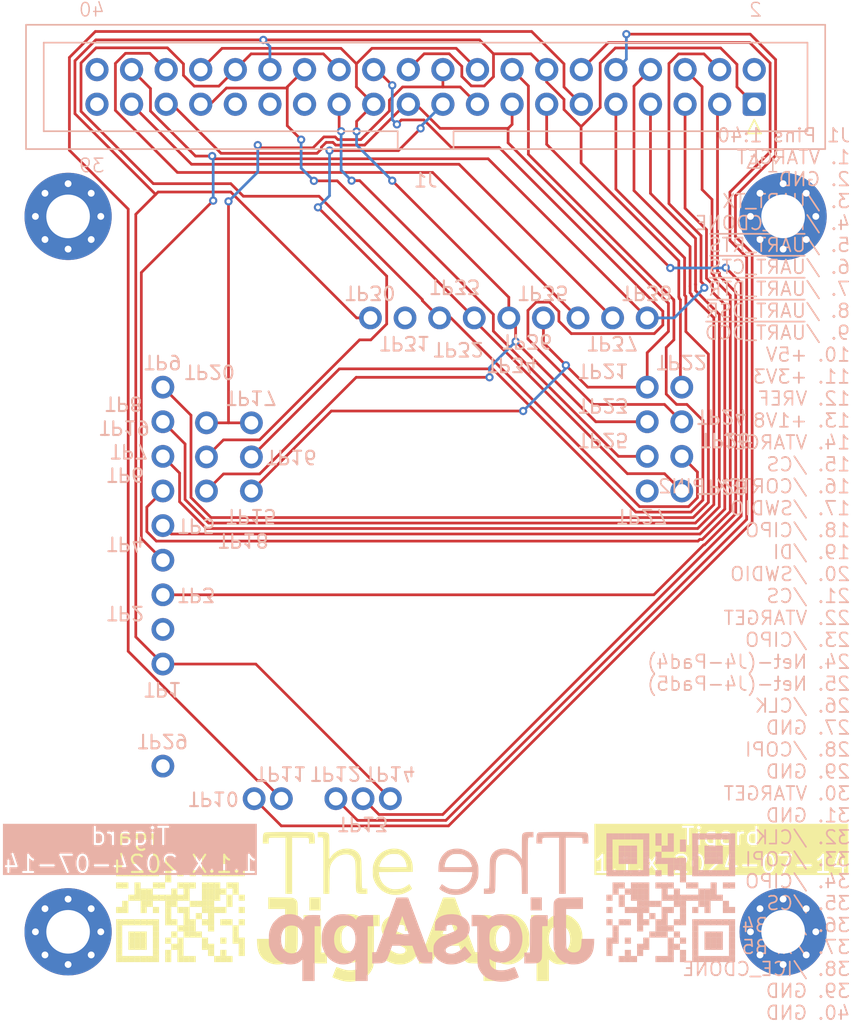
<source format=kicad_pcb>
(kicad_pcb (version 20240108) (generator "pcbnew") (generator_version "8.0")
  (title_block (title "Tigard") (date "2024-07-14") (rev "1.1.X") (company "Securing Hardware"))
  (layers (0 "F.Cu" signal) (31 "B.Cu" signal) (34 "B.Paste" user) (35 "F.Paste" user) (36 "B.SilkS" user "B.Silkscreen") (37 "F.SilkS" user "F.Silkscreen") (38 "B.Mask" user) (39 "F.Mask" user) (44 "Edge.Cuts" user))
  (net 0 "")
  (net 1 "+1V8")
  (net 2 "+3V3")
  (net 3 "+5V")
  (net 4 "/CIPO")
  (net 5 "/CLK")
  (net 6 "/COPI")
  (net 7 "/CORTEX_PIN2")
  (net 8 "/CS")
  (net 9 "/DI")
  (net 10 "/ICE_CDONE")
  (net 11 "/SWDIO")
  (net 12 "/UART_TX")
  (net 13 "/xPB4")
  (net 14 "/xPB5")
  (net 15 "/~{UART_CTS}")
  (net 16 "/~{UART_DCD}")
  (net 17 "/~{UART_DSR}")
  (net 18 "/~{UART_DTR}")
  (net 19 "/~{UART_RTS}")
  (net 20 "GND")
  (net 21 "Net-(J4-Pad4)")
  (net 22 "Net-(J4-Pad5)")
  (net 23 "VREF")
  (net 24 "VTARGET")
  (footprint "Mechanical:MountingHole_3.2mm_M3_Pad_Via_Paste" (layer "F.Cu") (at 176.25 126.25)
    (property "Reference" "MH4")
    (property "Value" "M3")
  )
  (footprint "Mechanical:MountingHole_3.2mm_M3_Pad_Via_Paste" (layer "F.Cu") (at 123.75 126.25)
    (property "Reference" "MH3")
    (property "Value" "M3")
  )
  (footprint "Mechanical:MountingHole_3.2mm_M3_Pad_Via_Paste" (layer "F.Cu") (at 123.75 73.75)
    (property "Reference" "MH1")
    (property "Value" "M3")
  )
  (footprint "tmp3uzne9rn" (layer "F.Cu") (at 132 123.75)
    (property "Reference" "QR1" (hide yes))
    (property "Value" "QR" (hide yes))
  )
  (footprint "Mechanical:MountingHole_3.2mm_M3_Pad_Via_Paste" (layer "F.Cu") (at 176.25 73.75)
    (property "Reference" "MH2")
    (property "Value" "M3")
  )
  (footprint "TJA-SS-24x11" (layer "F.Cu") (at 150 123.75)
    (property "Reference" "LOGO2" (hide yes))
    (property "Value" "LOGO" (hide yes))
  )
  (footprint "tmpw_hl84_g" (layer "F.Cu") (at 150 95)
    (property "Reference" "BOARD" (hide yes))
    (property "Value" "BOARD" (hide yes))
    (fp_line (start -31.25 -36.25) (end -31.25 36.25) (stroke (width 0.00001)) (layer "Edge.Cuts"))
    (fp_line (start -31.25 36.25) (end 31.25 36.25) (stroke (width 0.00001)) (layer "Edge.Cuts"))
    (fp_line (start 31.25 -36.25) (end -31.25 -36.25) (stroke (width 0.00001)) (layer "Edge.Cuts"))
    (fp_line (start 31.25 36.25) (end 31.25 -36.25) (stroke (width 0.00001)) (layer "Edge.Cuts"))
  )
  (footprint "TJA-Parts:R100-2W" (layer "B.Cu") (at 148.4901 81.2001)
    (property "Reference" "TP31")
    (property "Value" "TP31")
  )
  (footprint "TJA-Parts:R100-2W" (layer "B.Cu") (at 166.2701 86.2801)
    (property "Reference" "TP21")
    (property "Value" "TP21")
  )
  (footprint "TJA-Parts:R100-2W" (layer "B.Cu") (at 166.2701 88.8201)
    (property "Reference" "TP23")
    (property "Value" "TP23")
  )
  (footprint "TJA-Parts:R100-2W" (layer "B.Cu") (at 130.7101 104.0601)
    (property "Reference" "TP2")
    (property "Value" "TP2")
  )
  (footprint "TJA-Parts:R100-2W" (layer "B.Cu") (at 130.7101 93.9001)
    (property "Reference" "TP6")
    (property "Value" "TP6")
  )
  (footprint "tmp3uzne9rn" (layer "B.Cu") (at 168 123.75 180)
    (property "Reference" "QR2" (hide yes))
    (property "Value" "QR" (hide yes))
  )
  (footprint "TJA-Parts:R100-2W" (layer "B.Cu") (at 166.2701 91.3601)
    (property "Reference" "TP25")
    (property "Value" "TP25")
  )
  (footprint "TJA-Parts:R100-2W" (layer "B.Cu") (at 168.8101 91.3601)
    (property "Reference" "TP26")
    (property "Value" "TP26")
  )
  (footprint "TJA-Parts:R100-2W" (layer "B.Cu") (at 137.2101 93.9001)
    (property "Reference" "TP15")
    (property "Value" "TP15")
  )
  (footprint "TJA-Parts:R100-2W" (layer "B.Cu") (at 163.7301 81.2001)
    (property "Reference" "TP37")
    (property "Value" "TP37")
  )
  (footprint "TJA-Parts:R100-2W" (layer "B.Cu") (at 130.7101 86.2801)
    (property "Reference" "TP9")
    (property "Value" "TP9")
  )
  (footprint "TJA-Connectors:IDC-Header_2x20_P2.54mm_Vertical" (layer "B.Cu") (at 150 64.25 180)
    (property "Reference" "J1")
    (property "Value" "Connector")
  )
  (footprint "TJA-Parts:R100-2W" (layer "B.Cu") (at 130.7101 98.9801)
    (property "Reference" "TP4")
    (property "Value" "TP4")
  )
  (footprint "TJA-Parts:R100-2W" (layer "B.Cu") (at 130.7101 91.3601)
    (property "Reference" "TP7")
    (property "Value" "TP7")
  )
  (footprint "TJA-Parts:R100-2W" (layer "B.Cu") (at 168.8101 86.2801)
    (property "Reference" "TP22")
    (property "Value" "TP22")
  )
  (footprint "TJA-Parts:R100-2W" (layer "B.Cu") (at 133.9101 91.4001)
    (property "Reference" "TP19")
    (property "Value" "TP19")
  )
  (footprint "TJA-Parts:R100-2W" (layer "B.Cu") (at 137.4101 116.4801)
    (property "Reference" "TP10")
    (property "Value" "TP10")
  )
  (footprint "TJA-Parts:R100-2W" (layer "B.Cu") (at 168.8101 93.9001)
    (property "Reference" "TP28")
    (property "Value" "TP28")
  )
  (footprint "TJA-Parts:R100-2W" (layer "B.Cu") (at 151.0301 81.2001)
    (property "Reference" "TP32")
    (property "Value" "TP32")
  )
  (footprint "TJA-Parts:R100-2W" (layer "B.Cu") (at 161.1901 81.2001)
    (property "Reference" "TP36")
    (property "Value" "TP36")
  )
  (footprint "TJA-Parts:R100-2W" (layer "B.Cu") (at 133.9101 88.9001)
    (property "Reference" "TP20")
    (property "Value" "TP20")
  )
  (footprint "TJA-Parts:R100-2W" (layer "B.Cu") (at 130.7101 96.4401)
    (property "Reference" "TP5")
    (property "Value" "TP5")
  )
  (footprint "TJA-Parts:R100-2W" (layer "B.Cu") (at 153.5701 81.2001)
    (property "Reference" "TP33")
    (property "Value" "TP33")
  )
  (footprint "TJA-Parts:R100-2W" (layer "B.Cu") (at 139.4101 116.4801)
    (property "Reference" "TP11")
    (property "Value" "TP11")
  )
  (footprint "TJA-Parts:R100-2W" (layer "B.Cu") (at 145.9501 81.2001)
    (property "Reference" "TP30")
    (property "Value" "TP30")
  )
  (footprint "TJA-Parts:R100-2W" (layer "B.Cu") (at 130.7101 106.6001)
    (property "Reference" "TP1")
    (property "Value" "TP1")
  )
  (footprint "TJA-Parts:R100-2W" (layer "B.Cu") (at 156.1101 81.2001)
    (property "Reference" "TP34")
    (property "Value" "TP34")
  )
  (footprint "TJA-Parts:R100-2W" (layer "B.Cu") (at 166.2701 93.9001)
    (property "Reference" "TP27")
    (property "Value" "TP27")
  )
  (footprint "TJA-SS-24x11" (layer "B.Cu") (at 150 123.75 180)
    (property "Reference" "LOGO1" (hide yes))
    (property "Value" "LOGO" (hide yes))
  )
  (footprint "TJA-Parts:R100-2W" (layer "B.Cu") (at 130.7101 101.5201)
    (property "Reference" "TP3")
    (property "Value" "TP3")
  )
  (footprint "TJA-Parts:R100-2W" (layer "B.Cu") (at 168.8101 88.8201)
    (property "Reference" "TP24")
    (property "Value" "TP24")
  )
  (footprint "TJA-Parts:R100-2W" (layer "B.Cu") (at 166.2701 81.2001)
    (property "Reference" "TP38")
    (property "Value" "TP38")
  )
  (footprint "TJA-Parts:R100-2W" (layer "B.Cu") (at 130.7101 88.8201)
    (property "Reference" "TP8")
    (property "Value" "TP8")
  )
  (footprint "TJA-Parts:R100-2W" (layer "B.Cu") (at 137.2101 88.9001)
    (property "Reference" "TP17")
    (property "Value" "TP17")
  )
  (footprint "TJA-Parts:R100-2W" (layer "B.Cu") (at 145.4101 116.4801)
    (property "Reference" "TP13")
    (property "Value" "TP13")
  )
  (footprint "TJA-Parts:R100-2W" (layer "B.Cu") (at 133.9101 93.9001)
    (property "Reference" "TP18")
    (property "Value" "TP18")
  )
  (footprint "TJA-Parts:R100-2W" (layer "B.Cu") (at 158.6501 81.2001)
    (property "Reference" "TP35")
    (property "Value" "TP35")
  )
  (footprint "TJA-Parts:R100-2W" (layer "B.Cu") (at 137.2101 91.4001)
    (property "Reference" "TP16")
    (property "Value" "TP16")
  )
  (footprint "TJA-Parts:R100-2W" (layer "B.Cu") (at 130.7101 114.0901)
    (property "Reference" "TP29")
    (property "Value" "TP29")
  )
  (footprint "TJA-Parts:R100-2W" (layer "B.Cu") (at 143.4101 116.4801)
    (property "Reference" "TP12")
    (property "Value" "TP12")
  )
  (footprint "TJA-Parts:R100-2W" (layer "B.Cu") (at 147.4101 116.4801)
    (property "Reference" "TP14")
    (property "Value" "TP14")
  )
  (gr_text "${TITLE}\n${REVISION} ${ISSUE_DATE}" (at 128.31557 120.25 0) (layer "B.SilkS" knockout) (effects (font (size 1.27 1.27)) (justify mirror)))
  (gr_text "J1 Pins 1:40\n1. VTARGET\n2. GND\n3. /UART_TX\n4. /ICE_CDONE\n5. /~{UART_RTS}\n6. /~{UART_CTS}\n7. /~{UART_DTR}\n8. /~{UART_DSR}\n9. /~{UART_DCD}\n10. +5V\n11. +3V3\n12. VREF\n13. +1V8\n14. VTARGET\n15. /CS\n16. /CORTEX_PIN2\n17. /SWDIO\n18. /CIPO\n19. /DI\n20. /SWDIO\n21. /CS\n22. VTARGET\n23. /CIPO\n24. Net-(J4-Pad4)\n25. Net-(J4-Pad5)\n26. /CLK\n27. GND\n28. /COPI\n29. GND\n30. VTARGET\n31. GND\n32. /CLK\n33. /COPI\n34. /CIPO\n35. /CS\n36. /xPB4\n37. /xPB5\n38. /ICE_CDONE\n39. GND\n40. GND" (at 181.25 100 0) (layer "B.SilkS") (effects (font (size 1 1) (thickness 0.000001)) (justify left mirror)))
  (gr_text "${TITLE}\n${REVISION} ${ISSUE_DATE}" (at 171.684429 120.25 0) (layer "F.SilkS" knockout) (effects (font (size 1.27 1.27))))
  (segment (start 173.1718 78.6519) (end 172.0325 77.5126) (width 0.2) (layer "F.Cu") (net 1))
  (segment (start 158.89 65.52) (end 158.89 68.4604) (width 0.2) (layer "F.Cu") (net 1))
  (segment (start 145.4101 116.4801) (end 146.5731 117.6431) (width 0.2) (layer "F.Cu") (net 1))
  (segment (start 158.89 68.4604) (end 167.9661 77.5365) (width 0.2) (layer "F.Cu") (net 1))
  (segment (start 173.1718 95.7305) (end 173.1718 78.6519) (width 0.2) (layer "F.Cu") (net 1))
  (segment (start 146.5731 117.6431) (end 151.2592 117.6431) (width 0.2) (layer "F.Cu") (net 1))
  (segment (start 151.2592 117.6431) (end 173.1718 95.7305) (width 0.2) (layer "F.Cu") (net 1))
  (via (at 172.0325 77.5126) (size 0.6) (drill 0.3) (layers "F.Cu" "B.Cu") (net 1))
  (via (at 167.9661 77.5365) (size 0.6) (drill 0.3) (layers "F.Cu" "B.Cu") (net 1))
  (segment (start 167.9661 77.5365) (end 172.0086 77.5365) (width 0.2) (layer "B.Cu") (net 1))
  (segment (start 172.0086 77.5365) (end 172.0325 77.5126) (width 0.2) (layer "B.Cu") (net 1))
  (segment (start 123.8455 68.8933) (end 128.163 73.2108) (width 0.2) (layer "F.Cu") (net 2))
  (segment (start 123.8455 62.0858) (end 123.8455 68.8933) (width 0.2) (layer "F.Cu") (net 2))
  (segment (start 161.43 65.52) (end 160.16 64.25) (width 0.2) (layer "F.Cu") (net 2))
  (segment (start 157.786 60.1812) (end 125.7501 60.1812) (width 0.2) (layer "F.Cu") (net 2))
  (segment (start 137.6569 115.1585) (end 138.0885 115.1585) (width 0.2) (layer "F.Cu") (net 2))
  (segment (start 128.163 105.6646) (end 137.6569 115.1585) (width 0.2) (layer "F.Cu") (net 2))
  (segment (start 138.0885 115.1585) (end 139.4101 116.4801) (width 0.2) (layer "F.Cu") (net 2))
  (segment (start 160.16 62.5552) (end 157.786 60.1812) (width 0.2) (layer "F.Cu") (net 2))
  (segment (start 128.163 73.2108) (end 128.163 105.6646) (width 0.2) (layer "F.Cu") (net 2))
  (segment (start 125.7501 60.1812) (end 123.8455 62.0858) (width 0.2) (layer "F.Cu") (net 2))
  (segment (start 160.16 64.25) (end 160.16 62.5552) (width 0.2) (layer "F.Cu") (net 2))
  (segment (start 173.8352 60.3765) (end 164.7403 60.3765) (width 0.2) (layer "F.Cu") (net 3))
  (segment (start 172.748 72.2347) (end 175.6968 69.2859) (width 0.2) (layer "F.Cu") (net 3))
  (segment (start 139.4072 118.4772) (end 151.6816 118.4772) (width 0.2) (layer "F.Cu") (net 3))
  (segment (start 172.748 75.2241) (end 172.748 72.2347) (width 0.2) (layer "F.Cu") (net 3))
  (segment (start 173.9752 96.1836) (end 173.9752 76.4513) (width 0.2) (layer "F.Cu") (net 3))
  (segment (start 137.4101 116.4801) (end 139.4072 118.4772) (width 0.2) (layer "F.Cu") (net 3))
  (segment (start 164.7403 60.3765) (end 164.7403 60.3764) (width 0.2) (layer "F.Cu") (net 3))
  (segment (start 175.6968 62.2381) (end 173.8352 60.3765) (width 0.2) (layer "F.Cu") (net 3))
  (segment (start 173.9752 76.4513) (end 172.748 75.2241) (width 0.2) (layer "F.Cu") (net 3))
  (segment (start 151.6816 118.4772) (end 173.9752 96.1836) (width 0.2) (layer "F.Cu") (net 3))
  (segment (start 175.6968 69.2859) (end 175.6968 62.2381) (width 0.2) (layer "F.Cu") (net 3))
  (via (at 164.7403 60.3764) (size 0.6) (drill 0.3) (layers "F.Cu" "B.Cu") (net 3))
  (segment (start 163.97 62.98) (end 164.7403 62.2097) (width 0.2) (layer "B.Cu") (net 3))
  (segment (start 164.7403 62.2097) (end 164.7403 60.3764) (width 0.2) (layer "B.Cu") (net 3))
  (segment (start 135.0522 61.4178) (end 133.49 62.98) (width 0.2) (layer "F.Cu") (net 4))
  (segment (start 156.1101 79.6894) (end 156.1101 81.2001) (width 0.2) (layer "F.Cu") (net 4))
  (segment (start 144.92 62.5524) (end 146.0574 61.415) (width 0.2) (layer "F.Cu") (net 4))
  (segment (start 144.92 64.25) (end 146.19 65.52) (width 0.2) (layer "F.Cu") (net 4))
  (segment (start 162.496 88.8201) (end 156.6079 82.932) (width 0.2) (layer "F.Cu") (net 4))
  (segment (start 144.904 85.5581) (end 154.6917 85.5581) (width 0.2) (layer "F.Cu") (net 4))
  (segment (start 147.5485 71.1278) (end 156.1101 79.6894) (width 0.2) (layer "F.Cu") (net 4))
  (segment (start 156.6079 81.6979) (end 156.6079 82.932) (width 0.2) (layer "F.Cu") (net 4))
  (segment (start 156.1101 81.2001) (end 156.6079 81.6979) (width 0.2) (layer "F.Cu") (net 4))
  (segment (start 135.1601 92.6501) (end 137.812 92.6501) (width 0.2) (layer "F.Cu") (net 4))
  (segment (start 133.9101 93.9001) (end 135.1601 92.6501) (width 0.2) (layer "F.Cu") (net 4))
  (segment (start 166.2701 88.8201) (end 162.496 88.8201) (width 0.2) (layer "F.Cu") (net 4))
  (segment (start 143.7854 61.4178) (end 135.0522 61.4178) (width 0.2) (layer "F.Cu") (net 4))
  (segment (start 146.19 65.52) (end 144.9318 66.7782) (width 0.2) (layer "F.Cu") (net 4))
  (segment (start 152.245 61.415) (end 153.81 62.98) (width 0.2) (layer "F.Cu") (net 4))
  (segment (start 144.9318 66.7782) (end 144.9318 67.514) (width 0.2) (layer "F.Cu") (net 4))
  (segment (start 144.92 62.5524) (end 144.92 64.25) (width 0.2) (layer "F.Cu") (net 4))
  (segment (start 146.0574 61.415) (end 152.245 61.415) (width 0.2) (layer "F.Cu") (net 4))
  (segment (start 144.92 62.5524) (end 143.7854 61.4178) (width 0.2) (layer "F.Cu") (net 4))
  (segment (start 137.812 92.6501) (end 144.904 85.5581) (width 0.2) (layer "F.Cu") (net 4))
  (via (at 154.6917 85.5581) (size 0.6) (drill 0.3) (layers "F.Cu" "B.Cu") (net 4))
  (via (at 144.9318 67.514) (size 0.6) (drill 0.3) (layers "F.Cu" "B.Cu") (net 4))
  (via (at 147.5485 71.1278) (size 0.6) (drill 0.3) (layers "F.Cu" "B.Cu") (net 4))
  (via (at 156.6079 82.932) (size 0.6) (drill 0.3) (layers "F.Cu" "B.Cu") (net 4))
  (segment (start 156.6079 82.932) (end 154.6917 84.8482) (width 0.2) (layer "B.Cu") (net 4))
  (segment (start 144.9318 67.514) (end 144.9318 68.5111) (width 0.2) (layer "B.Cu") (net 4))
  (segment (start 144.9318 68.5111) (end 147.5485 71.1278) (width 0.2) (layer "B.Cu") (net 4))
  (segment (start 154.6917 84.8482) (end 154.6917 85.5581) (width 0.2) (layer "B.Cu") (net 4))
  (segment (start 132.22 62.5599) (end 131.041 61.3809) (width 0.2) (layer "F.Cu") (net 5))
  (segment (start 131.041 61.3809) (end 125.805 61.3809) (width 0.2) (layer "F.Cu") (net 5))
  (segment (start 169.9582 94.4001) (end 169.3101 95.0482) (width 0.2) (layer "F.Cu") (net 5))
  (segment (start 125.805 61.3809) (end 124.6985 62.4874) (width 0.2) (layer "F.Cu") (net 5))
  (segment (start 136.03 62.98) (end 134.8199 64.1901) (width 0.2) (layer "F.Cu") (net 5))
  (segment (start 130.0076 71.3487) (end 135.6972 71.3487) (width 0.2) (layer "F.Cu") (net 5))
  (segment (start 149.762 79.932) (end 151.0301 81.2001) (width 0.2) (layer "F.Cu") (net 5))
  (segment (start 137.1854 61.8246) (end 142.4946 61.8246) (width 0.2) (layer "F.Cu") (net 5))
  (segment (start 124.6985 66.0396) (end 130.0076 71.3487) (width 0.2) (layer "F.Cu") (net 5))
  (segment (start 168.8101 91.3601) (end 169.9582 92.5082) (width 0.2) (layer "F.Cu") (net 5))
  (segment (start 169.9582 92.5082) (end 169.9582 94.4001) (width 0.2) (layer "F.Cu") (net 5))
  (segment (start 165.7061 95.0482) (end 151.858 81.2001) (width 0.2) (layer "F.Cu") (net 5))
  (segment (start 142.1749 72.2719) (end 149.7619 79.8589) (width 0.2) (layer "F.Cu") (net 5))
  (segment (start 135.6972 71.3487) (end 136.6204 72.2719) (width 0.2) (layer "F.Cu") (net 5))
  (segment (start 136.03 62.98) (end 137.1854 61.8246) (width 0.2) (layer "F.Cu") (net 5))
  (segment (start 151.858 81.2001) (end 151.0301 81.2001) (width 0.2) (layer "F.Cu") (net 5))
  (segment (start 134.8199 64.1901) (end 133.0117 64.1901) (width 0.2) (layer "F.Cu") (net 5))
  (segment (start 142.4946 61.8246) (end 143.65 62.98) (width 0.2) (layer "F.Cu") (net 5))
  (segment (start 149.7619 79.932) (end 149.762 79.932) (width 0.2) (layer "F.Cu") (net 5))
  (segment (start 149.7619 79.8589) (end 149.7619 79.932) (width 0.2) (layer "F.Cu") (net 5))
  (segment (start 124.6985 62.4874) (end 124.6985 66.0396) (width 0.2) (layer "F.Cu") (net 5))
  (segment (start 133.0117 64.1901) (end 132.22 63.3984) (width 0.2) (layer "F.Cu") (net 5))
  (segment (start 136.6204 72.2719) (end 142.1749 72.2719) (width 0.2) (layer "F.Cu") (net 5))
  (segment (start 132.22 63.3984) (end 132.22 62.5599) (width 0.2) (layer "F.Cu") (net 5))
  (segment (start 169.3101 95.0482) (end 165.7061 95.0482) (width 0.2) (layer "F.Cu") (net 5))
  (segment (start 139.84 67.0964) (end 140.861 68.1174) (width 0.2) (layer "F.Cu") (net 6))
  (segment (start 134.1869 65.52) (end 135.3775 64.3294) (width 0.2) (layer "F.Cu") (net 6))
  (segment (start 153.5701 81.3862) (end 164.814 92.6301) (width 0.2) (layer "F.Cu") (net 6))
  (segment (start 164.814 92.6301) (end 167.5401 92.6301) (width 0.2) (layer "F.Cu") (net 6))
  (segment (start 153.5701 81.2001) (end 143.5118 71.1418) (width 0.2) (layer "F.Cu") (net 6))
  (segment (start 139.84 64.25) (end 139.84 64.3294) (width 0.2) (layer "F.Cu") (net 6))
  (segment (start 133.49 65.52) (end 134.1869 65.52) (width 0.2) (layer "F.Cu") (net 6))
  (segment (start 153.5701 81.2001) (end 153.5701 81.3862) (width 0.2) (layer "F.Cu") (net 6))
  (segment (start 139.84 64.3294) (end 139.84 67.0964) (width 0.2) (layer "F.Cu") (net 6))
  (segment (start 143.5118 71.1418) (end 141.7991 71.1418) (width 0.2) (layer "F.Cu") (net 6))
  (segment (start 141.11 62.98) (end 139.84 64.25) (width 0.2) (layer "F.Cu") (net 6))
  (segment (start 167.5401 92.6301) (end 168.8101 93.9001) (width 0.2) (layer "F.Cu") (net 6))
  (segment (start 135.3775 64.3294) (end 139.84 64.3294) (width 0.2) (layer "F.Cu") (net 6))
  (via (at 141.7991 71.1418) (size 0.6) (drill 0.3) (layers "F.Cu" "B.Cu") (net 6))
  (via (at 140.861 68.1174) (size 0.6) (drill 0.3) (layers "F.Cu" "B.Cu") (net 6))
  (segment (start 140.861 70.2037) (end 140.861 68.1174) (width 0.2) (layer "B.Cu") (net 6))
  (segment (start 141.7991 71.1418) (end 140.861 70.2037) (width 0.2) (layer "B.Cu") (net 6))
  (segment (start 154.9237 84.9388) (end 165.4348 95.4499) (width 0.2) (layer "F.Cu") (net 7))
  (segment (start 170.3599 88.7229) (end 169.1871 87.5501) (width 0.2) (layer "F.Cu") (net 7))
  (segment (start 168.429 87.5501) (end 167.6658 86.7869) (width 0.2) (layer "F.Cu") (net 7))
  (segment (start 165.4348 95.4499) (end 169.4764 95.4499) (width 0.2) (layer "F.Cu") (net 7))
  (segment (start 168.2319 82.8053) (end 168.2319 79.9574) (width 0.2) (layer "F.Cu") (net 7))
  (segment (start 143.6714 84.9388) (end 154.9237 84.9388) (width 0.2) (layer "F.Cu") (net 7))
  (segment (start 137.2101 91.4001) (end 143.6714 84.9388) (width 0.2) (layer "F.Cu") (net 7))
  (segment (start 167.6658 83.3714) (end 168.2319 82.8053) (width 0.2) (layer "F.Cu") (net 7))
  (segment (start 168.2151 79.9406) (end 168.2151 79.863) (width 0.2) (layer "F.Cu") (net 7))
  (segment (start 168.2319 79.9574) (end 168.2151 79.9406) (width 0.2) (layer "F.Cu") (net 7))
  (segment (start 169.1871 87.5501) (end 168.429 87.5501) (width 0.2) (layer "F.Cu") (net 7))
  (segment (start 168.2151 79.863) (end 157.5466 69.1945) (width 0.2) (layer "F.Cu") (net 7))
  (segment (start 170.3599 94.5664) (end 170.3599 88.7229) (width 0.2) (layer "F.Cu") (net 7))
  (segment (start 169.4764 95.4499) (end 170.3599 94.5664) (width 0.2) (layer "F.Cu") (net 7))
  (segment (start 157.5466 69.1945) (end 157.5466 64.1766) (width 0.2) (layer "F.Cu") (net 7))
  (segment (start 167.6658 86.7869) (end 167.6658 83.3714) (width 0.2) (layer "F.Cu") (net 7))
  (segment (start 157.5466 64.1766) (end 156.35 62.98) (width 0.2) (layer "F.Cu") (net 7))
  (segment (start 131.377 65.52) (end 130.95 65.52) (width 0.2) (layer "F.Cu") (net 8))
  (segment (start 142.0307 69.1209) (end 134.9778 69.1209) (width 0.2) (layer "F.Cu") (net 8))
  (segment (start 161.9018 86.2801) (end 160.2977 84.676) (width 0.2) (layer "F.Cu") (net 8))
  (segment (start 151.0588 67.2908) (end 149.2981 65.5301) (width 0.2) (layer "F.Cu") (net 8))
  (segment (start 158.6501 81.2001) (end 158.6501 83.0284) (width 0.2) (layer "F.Cu") (net 8))
  (segment (start 137.2101 93.9001) (end 143.0784 88.0318) (width 0.2) (layer "F.Cu") (net 8))
  (segment (start 156.35 66.9982) (end 156.0574 67.2908) (width 0.2) (layer "F.Cu") (net 8))
  (segment (start 143.3944 68.5175) (end 143.196 68.3191) (width 0.2) (layer "F.Cu") (net 8))
  (segment (start 167.8287 82.1934) (end 166.2701 83.752) (width 0.2) (layer "F.Cu") (net 8))
  (segment (start 166.2701 86.2801) (end 161.9018 86.2801) (width 0.2) (layer "F.Cu") (net 8))
  (segment (start 143.196 68.3191) (end 142.6977 68.3191) (width 0.2) (layer "F.Cu") (net 8))
  (segment (start 156.0574 67.2908) (end 151.0588 67.2908) (width 0.2) (layer "F.Cu") (net 8))
  (segment (start 134.9778 69.1209) (end 134.9778 69.1208) (width 0.2) (layer "F.Cu") (net 8))
  (segment (start 156.35 65.52) (end 156.35 66.9982) (width 0.2) (layer "F.Cu") (net 8))
  (segment (start 149.2981 65.5301) (end 148.73 65.5301) (width 0.2) (layer "F.Cu") (net 8))
  (segment (start 134.9778 69.1208) (end 131.377 65.52) (width 0.2) (layer "F.Cu") (net 8))
  (segment (start 156.0574 68.3509) (end 167.8287 80.1222) (width 0.2) (layer "F.Cu") (net 8))
  (segment (start 156.0574 67.2908) (end 156.0574 68.3509) (width 0.2) (layer "F.Cu") (net 8))
  (segment (start 158.6501 83.0284) (end 160.2977 84.676) (width 0.2) (layer "F.Cu") (net 8))
  (segment (start 145.5225 68.5175) (end 143.3944 68.5175) (width 0.2) (layer "F.Cu") (net 8))
  (segment (start 148.73 65.5301) (end 148.5099 65.5301) (width 0.2) (layer "F.Cu") (net 8))
  (segment (start 148.73 65.52) (end 148.73 65.5301) (width 0.2) (layer "F.Cu") (net 8))
  (segment (start 142.3451 68.6717) (end 142.3451 68.8065) (width 0.2) (layer "F.Cu") (net 8))
  (segment (start 142.3451 68.8065) (end 142.0307 69.1209) (width 0.2) (layer "F.Cu") (net 8))
  (segment (start 167.8287 80.1222) (end 167.8287 82.1934) (width 0.2) (layer "F.Cu") (net 8))
  (segment (start 166.2701 83.752) (end 166.2701 86.2801) (width 0.2) (layer "F.Cu") (net 8))
  (segment (start 143.0784 88.0318) (end 157.1636 88.0318) (width 0.2) (layer "F.Cu") (net 8))
  (segment (start 142.6977 68.3191) (end 142.3451 68.6717) (width 0.2) (layer "F.Cu") (net 8))
  (segment (start 148.5099 65.5301) (end 145.5225 68.5175) (width 0.2) (layer "F.Cu") (net 8))
  (via (at 157.1636 88.0318) (size 0.6) (drill 0.3) (layers "F.Cu" "B.Cu") (net 8))
  (via (at 160.2977 84.676) (size 0.6) (drill 0.3) (layers "F.Cu" "B.Cu") (net 8))
  (segment (start 160.2977 84.8977) (end 157.1636 88.0318) (width 0.2) (layer "B.Cu") (net 8))
  (segment (start 160.2977 84.676) (end 160.2977 84.8977) (width 0.2) (layer "B.Cu") (net 8))
  (segment (start 149.6334 67.2924) (end 148.005 68.9208) (width 0.2) (layer "F.Cu") (net 9))
  (segment (start 147.1429 81.645) (end 147.1429 78.1315) (width 0.2) (layer "F.Cu") (net 9))
  (segment (start 145.1509 82.8112) (end 145.9767 82.8112) (width 0.2) (layer "F.Cu") (net 9))
  (segment (start 147.1429 78.1315) (end 142.0956 73.0842) (width 0.2) (layer "F.Cu") (net 9))
  (segment (start 148.005 68.9208) (end 142.9468 68.9208) (width 0.2) (layer "F.Cu") (net 9))
  (segment (start 133.9101 91.4001) (end 135.1601 90.1501) (width 0.2) (layer "F.Cu") (net 9))
  (segment (start 145.9767 82.8112) (end 147.1429 81.645) (width 0.2) (layer "F.Cu") (net 9))
  (segment (start 135.1601 90.1501) (end 137.812 90.1501) (width 0.2) (layer "F.Cu") (net 9))
  (segment (start 137.812 90.1501) (end 145.1509 82.8112) (width 0.2) (layer "F.Cu") (net 9))
  (via (at 142.9468 68.9208) (size 0.6) (drill 0.3) (layers "F.Cu" "B.Cu") (net 9))
  (via (at 142.0956 73.0842) (size 0.6) (drill 0.3) (layers "F.Cu" "B.Cu") (net 9))
  (via (at 149.6334 67.2924) (size 0.6) (drill 0.3) (layers "F.Cu" "B.Cu") (net 9))
  (segment (start 149.6334 67.1566) (end 149.6334 67.2924) (width 0.2) (layer "B.Cu") (net 9))
  (segment (start 142.0956 73.0842) (end 142.9468 72.233) (width 0.2) (layer "B.Cu") (net 9))
  (segment (start 151.27 65.52) (end 149.6334 67.1566) (width 0.2) (layer "B.Cu") (net 9))
  (segment (start 142.9468 72.233) (end 142.9468 68.9208) (width 0.2) (layer "B.Cu") (net 9))
  (segment (start 134.3286 69.3225) (end 133.1043 69.3225) (width 0.2) (layer "F.Cu") (net 10))
  (segment (start 129.7983 64.3683) (end 128.41 62.98) (width 0.2) (layer "F.Cu") (net 10))
  (segment (start 170.2221 78.5416) (end 170.2221 75.1672) (width 0.2) (layer "F.Cu") (net 10))
  (segment (start 168.5692 61.8283) (end 170.4383 61.8283) (width 0.2) (layer "F.Cu") (net 10))
  (segment (start 129.1264 97.3964) (end 129.1264 77.8696) (width 0.2) (layer "F.Cu") (net 10))
  (segment (start 133.1043 69.3225) (end 129.7983 66.0165) (width 0.2) (layer "F.Cu") (net 10))
  (segment (start 166.2701 81.2001) (end 154.5926 69.5226) (width 0.2) (layer "F.Cu") (net 10))
  (segment (start 154.5926 69.5226) (end 134.5287 69.5226) (width 0.2) (layer "F.Cu") (net 10))
  (segment (start 134.5287 69.5226) (end 134.3286 69.3225) (width 0.2) (layer "F.Cu") (net 10))
  (segment (start 170.4626 78.7821) (end 170.2221 78.5416) (width 0.2) (layer "F.Cu") (net 10))
  (segment (start 170.4626 78.9873) (end 170.4626 78.7821) (width 0.2) (layer "F.Cu") (net 10))
  (segment (start 167.8668 62.5307) (end 168.5692 61.8283) (width 0.2) (layer "F.Cu") (net 10))
  (segment (start 170.2221 75.1672) (end 167.8668 72.8119) (width 0.2) (layer "F.Cu") (net 10))
  (segment (start 167.8668 72.8119) (end 167.8668 62.5307) (width 0.2) (layer "F.Cu") (net 10))
  (segment (start 130.7101 98.9801) (end 129.1264 97.3964) (width 0.2) (layer "F.Cu") (net 10))
  (segment (start 129.7983 66.0165) (end 129.7983 64.3683) (width 0.2) (layer "F.Cu") (net 10))
  (segment (start 170.4383 61.8283) (end 171.59 62.98) (width 0.2) (layer "F.Cu") (net 10))
  (segment (start 129.1264 77.8696) (end 134.4029 72.5931) (width 0.2) (layer "F.Cu") (net 10))
  (via (at 134.4029 72.5931) (size 0.6) (drill 0.3) (layers "F.Cu" "B.Cu") (net 10))
  (via (at 170.4626 78.9873) (size 0.6) (drill 0.3) (layers "F.Cu" "B.Cu") (net 10))
  (via (at 134.3286 69.3225) (size 0.6) (drill 0.3) (layers "F.Cu" "B.Cu") (net 10))
  (segment (start 166.2701 81.2001) (end 168.2498 81.2001) (width 0.2) (layer "B.Cu") (net 10))
  (segment (start 134.4029 69.3968) (end 134.3286 69.3225) (width 0.2) (layer "B.Cu") (net 10))
  (segment (start 134.4029 72.5931) (end 134.4029 69.3968) (width 0.2) (layer "B.Cu") (net 10))
  (segment (start 168.2498 81.2001) (end 170.4626 78.9873) (width 0.2) (layer "B.Cu") (net 10))
  (segment (start 137.8774 68.7192) (end 137.6773 68.5191) (width 0.2) (layer "F.Cu") (net 11))
  (segment (start 147.3417 65.2199) (end 147.3417 66.0112) (width 0.2) (layer "F.Cu") (net 11))
  (segment (start 137.2101 88.9001) (end 135.5268 88.9001) (width 0.2) (layer "F.Cu") (net 11))
  (segment (start 141.7296 68.7192) (end 137.8774 68.7192) (width 0.2) (layer "F.Cu") (net 11))
  (segment (start 143.5607 68.1158) (end 143.3623 67.9174) (width 0.2) (layer "F.Cu") (net 11))
  (segment (start 151.27 64.25) (end 148.3116 64.25) (width 0.2) (layer "F.Cu") (net 11))
  (segment (start 151.27 62.98) (end 151.27 64.25) (width 0.2) (layer "F.Cu") (net 11))
  (segment (start 145.2371 68.1158) (end 143.5607 68.1158) (width 0.2) (layer "F.Cu") (net 11))
  (segment (start 153.81 65.52) (end 152.54 64.25) (width 0.2) (layer "F.Cu") (net 11))
  (segment (start 135.5268 88.9001) (end 135.5268 72.6473) (width 0.2) (layer "F.Cu") (net 11))
  (segment (start 148.3116 64.25) (end 147.3417 65.2199) (width 0.2) (layer "F.Cu") (net 11))
  (segment (start 152.54 64.25) (end 151.27 64.25) (width 0.2) (layer "F.Cu") (net 11))
  (segment (start 143.3623 67.9174) (end 142.5314 67.9174) (width 0.2) (layer "F.Cu") (net 11))
  (segment (start 142.5314 67.9174) (end 141.7296 68.7192) (width 0.2) (layer "F.Cu") (net 11))
  (segment (start 135.5268 88.9001) (end 133.9101 88.9001) (width 0.2) (layer "F.Cu") (net 11))
  (segment (start 147.3417 66.0112) (end 145.2371 68.1158) (width 0.2) (layer "F.Cu") (net 11))
  (via (at 135.5268 72.6473) (size 0.6) (drill 0.3) (layers "F.Cu" "B.Cu") (net 11))
  (via (at 137.6773 68.5191) (size 0.6) (drill 0.3) (layers "F.Cu" "B.Cu") (net 11))
  (segment (start 137.6773 70.4968) (end 137.6773 68.5191) (width 0.2) (layer "B.Cu") (net 11))
  (segment (start 135.5268 72.6473) (end 137.6773 70.4968) (width 0.2) (layer "B.Cu") (net 11))
  (segment (start 171.4308 65.6792) (end 171.59 65.52) (width 0.2) (layer "F.Cu") (net 12))
  (segment (start 172.7701 79.3079) (end 171.5705 78.1083) (width 0.2) (layer "F.Cu") (net 12))
  (segment (start 170.4156 97.8601) (end 170.4742 97.8601) (width 0.2) (layer "F.Cu") (net 12))
  (segment (start 172.7701 95.5642) (end 172.7701 79.3079) (width 0.2) (layer "F.Cu") (net 12))
  (segment (start 170.4742 97.8601) (end 172.7701 95.5642) (width 0.2) (layer "F.Cu") (net 12))
  (segment (start 171.4308 77.7617) (end 171.4308 65.6792) (width 0.2) (layer "F.Cu") (net 12))
  (segment (start 166.7556 101.5201) (end 170.4156 97.8601) (width 0.2) (layer "F.Cu") (net 12))
  (segment (start 171.5705 78.1083) (end 171.5705 77.9014) (width 0.2) (layer "F.Cu") (net 12))
  (segment (start 130.7101 101.5201) (end 166.7556 101.5201) (width 0.2) (layer "F.Cu") (net 12))
  (segment (start 171.5705 77.9014) (end 171.4308 77.7617) (width 0.2) (layer "F.Cu") (net 12))
  (segment (start 150.516 70.526) (end 161.1901 81.2001) (width 0.2) (layer "F.Cu") (net 13))
  (segment (start 127.2239 65.9707) (end 131.7792 70.526) (width 0.2) (layer "F.Cu") (net 13))
  (segment (start 130.95 62.98) (end 129.7526 61.7826) (width 0.2) (layer "F.Cu") (net 13))
  (segment (start 131.7792 70.526) (end 150.516 70.526) (width 0.2) (layer "F.Cu") (net 13))
  (segment (start 127.2239 62.5207) (end 127.2239 65.9707) (width 0.2) (layer "F.Cu") (net 13))
  (segment (start 127.962 61.7826) (end 127.2239 62.5207) (width 0.2) (layer "F.Cu") (net 13))
  (segment (start 129.7526 61.7826) (end 127.962 61.7826) (width 0.2) (layer "F.Cu") (net 13))
  (segment (start 128.41 65.52) (end 132.8143 69.9243) (width 0.2) (layer "F.Cu") (net 14))
  (segment (start 152.4543 69.9243) (end 163.7301 81.2001) (width 0.2) (layer "F.Cu") (net 14))
  (segment (start 132.8143 69.9243) (end 152.4543 69.9243) (width 0.2) (layer "F.Cu") (net 14))
  (segment (start 171.466 78.5718) (end 171.1688 78.2746) (width 0.2) (layer "F.Cu") (net 15))
  (segment (start 170.2999 64.2299) (end 169.05 62.98) (width 0.2) (layer "F.Cu") (net 15))
  (segment (start 171.0291 77.928) (end 171.0291 72.5102) (width 0.2) (layer "F.Cu") (net 15))
  (segment (start 172.3684 79.5518) (end 171.466 78.6494) (width 0.2) (layer "F.Cu") (net 15))
  (segment (start 170.0028 97.5768) (end 170.1212 97.4584) (width 0.2) (layer "F.Cu") (net 15))
  (segment (start 172.3684 95.3979) (end 172.3684 79.5518) (width 0.2) (layer "F.Cu") (net 15))
  (segment (start 170.3079 97.4584) (end 172.3684 95.3979) (width 0.2) (layer "F.Cu") (net 15))
  (segment (start 171.1688 78.0677) (end 171.0291 77.928) (width 0.2) (layer "F.Cu") (net 15))
  (segment (start 129.5314 95.0788) (end 129.5314 96.878) (width 0.2) (layer "F.Cu") (net 15))
  (segment (start 171.466 78.6494) (end 171.466 78.5718) (width 0.2) (layer "F.Cu") (net 15))
  (segment (start 130.2302 97.5768) (end 170.0028 97.5768) (width 0.2) (layer "F.Cu") (net 15))
  (segment (start 129.5314 96.878) (end 130.2302 97.5768) (width 0.2) (layer "F.Cu") (net 15))
  (segment (start 171.1688 78.2746) (end 171.1688 78.0677) (width 0.2) (layer "F.Cu") (net 15))
  (segment (start 170.2999 71.781) (end 170.2999 64.2299) (width 0.2) (layer "F.Cu") (net 15))
  (segment (start 170.1212 97.4584) (end 170.3079 97.4584) (width 0.2) (layer "F.Cu") (net 15))
  (segment (start 171.0291 72.5102) (end 170.2999 71.781) (width 0.2) (layer "F.Cu") (net 15))
  (segment (start 130.7101 93.9001) (end 129.5314 95.0788) (width 0.2) (layer "F.Cu") (net 15))
  (segment (start 170.7616 83.855) (end 169.11 82.2034) (width 0.2) (layer "F.Cu") (net 16))
  (segment (start 169.11 79.6219) (end 169.0169 79.5288) (width 0.2) (layer "F.Cu") (net 16))
  (segment (start 169.6427 95.8516) (end 170.7616 94.7327) (width 0.2) (layer "F.Cu") (net 16))
  (segment (start 170.7616 94.7327) (end 170.7616 83.855) (width 0.2) (layer "F.Cu") (net 16))
  (segment (start 134.2418 95.8516) (end 169.6427 95.8516) (width 0.2) (layer "F.Cu") (net 16))
  (segment (start 163.97 71.7487) (end 163.97 65.52) (width 0.2) (layer "F.Cu") (net 16))
  (segment (start 130.7101 86.2801) (end 132.7734 88.3434) (width 0.2) (layer "F.Cu") (net 16))
  (segment (start 132.7734 88.3434) (end 132.7734 94.3832) (width 0.2) (layer "F.Cu") (net 16))
  (segment (start 169.0169 79.5288) (end 169.0169 76.7956) (width 0.2) (layer "F.Cu") (net 16))
  (segment (start 132.7734 94.3832) (end 134.2418 95.8516) (width 0.2) (layer "F.Cu") (net 16))
  (segment (start 169.11 82.2034) (end 169.11 79.6219) (width 0.2) (layer "F.Cu") (net 16))
  (segment (start 169.0169 76.7956) (end 163.97 71.7487) (width 0.2) (layer "F.Cu") (net 16))
  (segment (start 165.3 64.19) (end 166.51 62.98) (width 0.2) (layer "F.Cu") (net 17))
  (segment (start 169.5117 79.5331) (end 169.5117 79.4556) (width 0.2) (layer "F.Cu") (net 17))
  (segment (start 171.1633 81.1847) (end 169.5117 79.5331) (width 0.2) (layer "F.Cu") (net 17))
  (segment (start 134.0688 96.2533) (end 169.809 96.2533) (width 0.2) (layer "F.Cu") (net 17))
  (segment (start 165.3 71.8547) (end 165.3 64.19) (width 0.2) (layer "F.Cu") (net 17))
  (segment (start 171.1633 94.899) (end 171.1633 81.1847) (width 0.2) (layer "F.Cu") (net 17))
  (segment (start 169.4202 79.3641) (end 169.4202 78.8757) (width 0.2) (layer "F.Cu") (net 17))
  (segment (start 169.4187 75.9734) (end 165.3 71.8547) (width 0.2) (layer "F.Cu") (net 17))
  (segment (start 132.3375 90.4475) (end 132.3375 94.522) (width 0.2) (layer "F.Cu") (net 17))
  (segment (start 169.5117 79.4556) (end 169.4202 79.3641) (width 0.2) (layer "F.Cu") (net 17))
  (segment (start 130.7101 88.8201) (end 132.3375 90.4475) (width 0.2) (layer "F.Cu") (net 17))
  (segment (start 169.4202 78.8757) (end 169.4187 78.8742) (width 0.2) (layer "F.Cu") (net 17))
  (segment (start 169.809 96.2533) (end 171.1633 94.899) (width 0.2) (layer "F.Cu") (net 17))
  (segment (start 132.3375 94.522) (end 134.0688 96.2533) (width 0.2) (layer "F.Cu") (net 17))
  (segment (start 169.4187 78.8742) (end 169.4187 75.9734) (width 0.2) (layer "F.Cu") (net 17))
  (segment (start 171.565 80.9409) (end 169.8219 79.1978) (width 0.2) (layer "F.Cu") (net 18))
  (segment (start 169.9753 96.655) (end 171.565 95.0653) (width 0.2) (layer "F.Cu") (net 18))
  (segment (start 131.9358 94.6904) (end 133.9004 96.655) (width 0.2) (layer "F.Cu") (net 18))
  (segment (start 130.7101 91.3601) (end 131.9358 92.5858) (width 0.2) (layer "F.Cu") (net 18))
  (segment (start 171.565 95.0653) (end 171.565 80.9409) (width 0.2) (layer "F.Cu") (net 18))
  (segment (start 169.8204 75.3688) (end 166.51 72.0584) (width 0.2) (layer "F.Cu") (net 18))
  (segment (start 169.8219 79.1978) (end 169.8219 78.7772) (width 0.2) (layer "F.Cu") (net 18))
  (segment (start 169.822 78.7771) (end 169.822 78.7095) (width 0.2) (layer "F.Cu") (net 18))
  (segment (start 133.9004 96.655) (end 169.9753 96.655) (width 0.2) (layer "F.Cu") (net 18))
  (segment (start 169.8219 78.7772) (end 169.822 78.7771) (width 0.2) (layer "F.Cu") (net 18))
  (segment (start 169.8204 78.7079) (end 169.8204 75.3688) (width 0.2) (layer "F.Cu") (net 18))
  (segment (start 131.9358 92.5858) (end 131.9358 94.6904) (width 0.2) (layer "F.Cu") (net 18))
  (segment (start 166.51 72.0584) (end 166.51 65.52) (width 0.2) (layer "F.Cu") (net 18))
  (segment (start 169.822 78.7095) (end 169.8204 78.7079) (width 0.2) (layer "F.Cu") (net 18))
  (segment (start 130.7101 96.4401) (end 131.3267 97.0567) (width 0.2) (layer "F.Cu") (net 19))
  (segment (start 171.9667 95.2316) (end 171.9667 80.2085) (width 0.2) (layer "F.Cu") (net 19))
  (segment (start 171.9667 80.2085) (end 171.0643 79.3061) (width 0.2) (layer "F.Cu") (net 19))
  (segment (start 171.0643 78.7381) (end 170.6238 78.2976) (width 0.2) (layer "F.Cu") (net 19))
  (segment (start 171.0643 79.3061) (end 171.0643 78.7381) (width 0.2) (layer "F.Cu") (net 19))
  (segment (start 169.05 73.1518) (end 169.05 65.52) (width 0.2) (layer "F.Cu") (net 19))
  (segment (start 170.6238 78.2976) (end 170.6238 74.7256) (width 0.2) (layer "F.Cu") (net 19))
  (segment (start 131.3267 97.0567) (end 170.1416 97.0567) (width 0.2) (layer "F.Cu") (net 19))
  (segment (start 170.1416 97.0567) (end 171.9667 95.2316) (width 0.2) (layer "F.Cu") (net 19))
  (segment (start 170.6238 74.7256) (end 169.05 73.1518) (width 0.2) (layer "F.Cu") (net 19))
  (segment (start 158.1228 80.0419) (end 157.5124 80.6523) (width 0.2) (layer "F.Cu") (net 21))
  (segment (start 159.7868 81.4409) (end 159.7868 80.7292) (width 0.2) (layer "F.Cu") (net 21))
  (segment (start 147.8933 66.9975) (end 148.2176 66.6732) (width 0.2) (layer "F.Cu") (net 21))
  (segment (start 159.0995 80.0419) (end 158.1228 80.0419) (width 0.2) (layer "F.Cu") (net 21))
  (segment (start 149.873 66.6732) (end 151.89 68.6902) (width 0.2) (layer "F.Cu") (net 21))
  (segment (start 148.2176 66.6732) (end 149.873 66.6732) (width 0.2) (layer "F.Cu") (net 21))
  (segment (start 159.7868 80.7292) (end 159.0995 80.0419) (width 0.2) (layer "F.Cu") (net 21))
  (segment (start 167.4169 80.7108) (end 167.4169 81.7246) (width 0.2) (layer "F.Cu") (net 21))
  (segment (start 151.89 68.6902) (end 155.3963 68.6902) (width 0.2) (layer "F.Cu") (net 21))
  (segment (start 162.3133 87.5501) (end 167.5401 87.5501) (width 0.2) (layer "F.Cu") (net 21))
  (segment (start 167.4169 81.7246) (end 166.7908 82.3507) (width 0.2) (layer "F.Cu") (net 21))
  (segment (start 166.7908 82.3507) (end 160.6966 82.3507) (width 0.2) (layer "F.Cu") (net 21))
  (segment (start 157.5124 82.7492) (end 162.3133 87.5501) (width 0.2) (layer "F.Cu") (net 21))
  (segment (start 160.6966 82.3507) (end 159.7868 81.4409) (width 0.2) (layer "F.Cu") (net 21))
  (segment (start 157.5124 80.6523) (end 157.5124 82.7492) (width 0.2) (layer "F.Cu") (net 21))
  (segment (start 146.4012 62.98) (end 147.5522 64.131) (width 0.2) (layer "F.Cu") (net 21))
  (segment (start 167.5401 87.5501) (end 168.8101 88.8201) (width 0.2) (layer "F.Cu") (net 21))
  (segment (start 155.3963 68.6902) (end 167.4169 80.7108) (width 0.2) (layer "F.Cu") (net 21))
  (segment (start 146.19 62.98) (end 146.4012 62.98) (width 0.2) (layer "F.Cu") (net 21))
  (via (at 147.8933 66.9975) (size 0.6) (drill 0.3) (layers "F.Cu" "B.Cu") (net 21))
  (via (at 147.5522 64.131) (size 0.6) (drill 0.3) (layers "F.Cu" "B.Cu") (net 21))
  (segment (start 147.5522 66.6564) (end 147.8933 66.9975) (width 0.2) (layer "B.Cu") (net 21))
  (segment (start 147.5522 64.131) (end 147.5522 66.6564) (width 0.2) (layer "B.Cu") (net 21))
  (segment (start 154.9734 80.9388) (end 154.9734 82.1677) (width 0.2) (layer "F.Cu") (net 22))
  (segment (start 143.65 65.52) (end 143.65 67.354) (width 0.2) (layer "F.Cu") (net 22))
  (segment (start 143.65 67.354) (end 143.796 67.5) (width 0.2) (layer "F.Cu") (net 22))
  (segment (start 164.1658 91.3601) (end 166.2701 91.3601) (width 0.2) (layer "F.Cu") (net 22))
  (segment (start 145.1624 71.1278) (end 154.9734 80.9388) (width 0.2) (layer "F.Cu") (net 22))
  (segment (start 144.5686 71.1278) (end 145.1624 71.1278) (width 0.2) (layer "F.Cu") (net 22))
  (segment (start 154.9734 82.1677) (end 164.1658 91.3601) (width 0.2) (layer "F.Cu") (net 22))
  (via (at 143.796 67.5) (size 0.6) (drill 0.3) (layers "F.Cu" "B.Cu") (net 22))
  (via (at 144.5686 71.1278) (size 0.6) (drill 0.3) (layers "F.Cu" "B.Cu") (net 22))
  (segment (start 143.796 70.3552) (end 144.5686 71.1278) (width 0.2) (layer "B.Cu") (net 22))
  (segment (start 143.796 67.5) (end 143.796 70.3552) (width 0.2) (layer "B.Cu") (net 22))
  (segment (start 172.3463 75.5187) (end 172.3463 71.9683) (width 0.2) (layer "F.Cu") (net 23))
  (segment (start 172.3463 71.9683) (end 175.2951 69.0195) (width 0.2) (layer "F.Cu") (net 23))
  (segment (start 163.421 60.989) (end 161.43 62.98) (width 0.2) (layer "F.Cu") (net 23))
  (segment (start 173.5735 76.7459) (end 172.3463 75.5187) (width 0.2) (layer "F.Cu") (net 23))
  (segment (start 151.4901 118.0727) (end 173.5735 95.9893) (width 0.2) (layer "F.Cu") (net 23))
  (segment (start 175.2951 62.4883) (end 173.7958 60.989) (width 0.2) (layer "F.Cu") (net 23))
  (segment (start 173.5735 95.9893) (end 173.5735 76.7459) (width 0.2) (layer "F.Cu") (net 23))
  (segment (start 143.4101 116.4801) (end 145.0027 118.0727) (width 0.2) (layer "F.Cu") (net 23))
  (segment (start 175.2951 69.0195) (end 175.2951 62.4883) (width 0.2) (layer "F.Cu") (net 23))
  (segment (start 145.0027 118.0727) (end 151.4901 118.0727) (width 0.2) (layer "F.Cu") (net 23))
  (segment (start 173.7958 60.989) (end 163.421 60.989) (width 0.2) (layer "F.Cu") (net 23))
  (segment (start 168.7083 86.1783) (end 168.7083 79.8658) (width 0.2) (layer "F.Cu") (net 24))
  (segment (start 151.7374 61.8167) (end 152.6583 62.7376) (width 0.2) (layer "F.Cu") (net 24))
  (segment (start 154.3052 64.1793) (end 154.9831 63.5014) (width 0.2) (layer "F.Cu") (net 24))
  (segment (start 154.9831 61.8206) (end 153.9601 60.7976) (width 0.2) (layer "F.Cu") (net 24))
  (segment (start 168.8101 86.2801) (end 168.7083 86.1783) (width 0.2) (layer "F.Cu") (net 24))
  (segment (start 152.6583 62.7376) (end 152.6583 63.4777) (width 0.2) (layer "F.Cu") (net 24))
  (segment (start 161.4163 67.1642) (end 160.16 65.9079) (width 0.2) (layer "F.Cu") (net 24))
  (segment (start 149.8933 61.8167) (end 151.7374 61.8167) (width 0.2) (layer "F.Cu") (net 24))
  (segment (start 148.73 62.98) (end 149.8933 61.8167) (width 0.2) (layer "F.Cu") (net 24))
  (segment (start 168.7083 79.8658) (end 168.6168 79.7743) (width 0.2) (layer "F.Cu") (net 24))
  (segment (start 162.8183 65.7622) (end 161.4163 67.1642) (width 0.2) (layer "F.Cu") (net 24))
  (segment (start 163.9306 61.3907) (end 162.8183 62.503) (width 0.2) (layer "F.Cu") (net 24))
  (segment (start 168.6168 79.6967) (end 168.592 79.6719) (width 0.2) (layer "F.Cu") (net 24))
  (segment (start 168.592 77.0093) (end 161.4163 69.8336) (width 0.2) (layer "F.Cu") (net 24))
  (segment (start 128.7214 104.6114) (end 130.7101 106.6001) (width 0.2) (layer "F.Cu") (net 24))
  (segment (start 172.86 62.5935) (end 171.6572 61.3907) (width 0.2) (layer "F.Cu") (net 24))
  (segment (start 128.7214 73.597) (end 128.7214 104.6114) (width 0.2) (layer "F.Cu") (net 24))
  (segment (start 158.89 63.8912) (end 158.89 62.98) (width 0.2) (layer "F.Cu") (net 24))
  (segment (start 168.6168 79.7743) (end 168.6168 79.6967) (width 0.2) (layer "F.Cu") (net 24))
  (segment (start 137.5301 106.6001) (end 147.4101 116.4801) (width 0.2) (layer "F.Cu") (net 24))
  (segment (start 172.86 64.25) (end 172.86 62.5935) (width 0.2) (layer "F.Cu") (net 24))
  (segment (start 160.16 65.1612) (end 158.89 63.8912) (width 0.2) (layer "F.Cu") (net 24))
  (segment (start 171.6572 61.3907) (end 163.9306 61.3907) (width 0.2) (layer "F.Cu") (net 24))
  (segment (start 160.16 65.9079) (end 160.16 65.1612) (width 0.2) (layer "F.Cu") (net 24))
  (segment (start 161.4163 69.8336) (end 161.4163 67.1642) (width 0.2) (layer "F.Cu") (net 24))
  (segment (start 154.9831 63.5014) (end 154.9831 61.8206) (width 0.2) (layer "F.Cu") (net 24))
  (segment (start 125.7848 60.7976) (end 138.084 60.7976) (width 0.2) (layer "F.Cu") (net 24))
  (segment (start 154.9831 61.8206) (end 157.7306 61.8206) (width 0.2) (layer "F.Cu") (net 24))
  (segment (start 124.2529 66.2121) (end 124.2529 62.3295) (width 0.2) (layer "F.Cu") (net 24))
  (segment (start 152.6583 63.4777) (end 153.3599 64.1793) (width 0.2) (layer "F.Cu") (net 24))
  (segment (start 130.7101 106.6001) (end 137.5301 106.6001) (width 0.2) (layer "F.Cu") (net 24))
  (segment (start 130.1796 72.1388) (end 124.2529 66.2121) (width 0.2) (layer "F.Cu") (net 24))
  (segment (start 157.7306 61.8206) (end 158.89 62.98) (width 0.2) (layer "F.Cu") (net 24))
  (segment (start 153.3599 64.1793) (end 154.3052 64.1793) (width 0.2) (layer "F.Cu") (net 24))
  (segment (start 124.2529 62.3295) (end 125.7848 60.7976) (width 0.2) (layer "F.Cu") (net 24))
  (segment (start 130.1796 72.1388) (end 130.3566 71.9618) (width 0.2) (layer "F.Cu") (net 24))
  (segment (start 130.1796 72.1388) (end 128.7214 73.597) (width 0.2) (layer "F.Cu") (net 24))
  (segment (start 162.8183 62.503) (end 162.8183 65.7622) (width 0.2) (layer "F.Cu") (net 24))
  (segment (start 174.13 65.52) (end 172.86 64.25) (width 0.2) (layer "F.Cu") (net 24))
  (segment (start 130.3566 71.9618) (end 135.6953 71.9618) (width 0.2) (layer "F.Cu") (net 24))
  (segment (start 168.592 79.6719) (end 168.592 77.0093) (width 0.2) (layer "F.Cu") (net 24))
  (segment (start 153.9601 60.7976) (end 138.084 60.7976) (width 0.2) (layer "F.Cu") (net 24))
  (segment (start 144.9336 81.2001) (end 145.9501 81.2001) (width 0.2) (layer "F.Cu") (net 24))
  (segment (start 135.6953 71.9618) (end 144.9336 81.2001) (width 0.2) (layer "F.Cu") (net 24))
  (via (at 138.084 60.7976) (size 0.6) (drill 0.3) (layers "F.Cu" "B.Cu") (net 24))
  (segment (start 138.57 61.2836) (end 138.084 60.7976) (width 0.2) (layer "B.Cu") (net 24))
  (segment (start 138.57 62.98) (end 138.57 61.2836) (width 0.2) (layer "B.Cu") (net 24))
)
</source>
